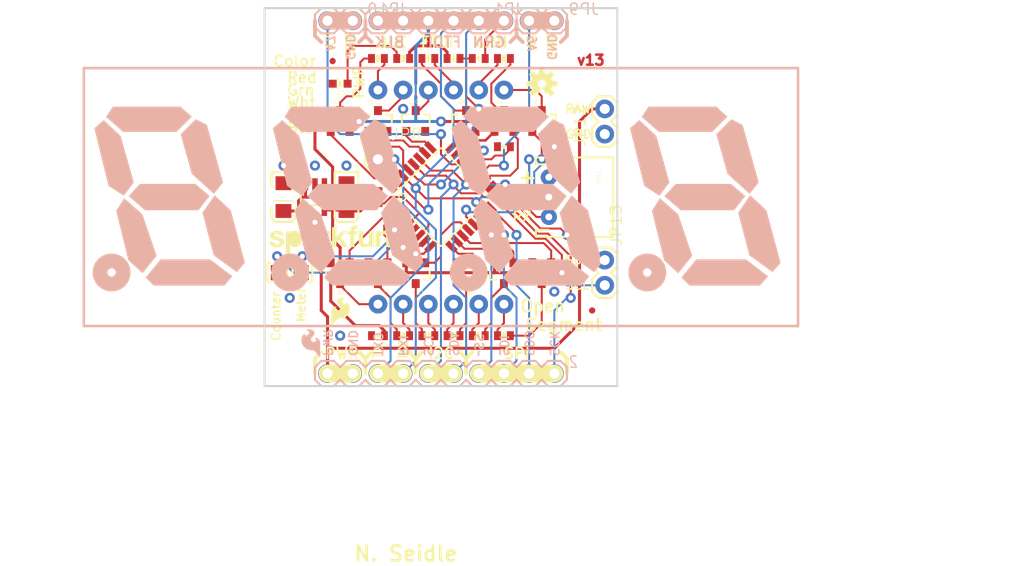
<source format=kicad_pcb>
(kicad_pcb (version 20211014) (generator pcbnew)
  (layers (0 "F.Cu" signal) (31 "B.Cu" signal) (34 "B.Paste" user) (35 "F.Paste" user) (36 "B.SilkS" user "B.Silkscreen") (37 "F.SilkS" user "F.Silkscreen") (38 "B.Mask" user) (39 "F.Mask" user) (44 "Edge.Cuts" user))
  (net 0 "")
  (net 1 "GND")
  (net 2 "DIG1")
  (net 3 "DIG2")
  (net 4 "DIG3")
  (net 5 "DIG4")
  (net 6 "SEGDP")
  (net 7 "SEGG")
  (net 8 "SEGF")
  (net 9 "SEGE")
  (net 10 "SEGD")
  (net 11 "SEGC")
  (net 12 "SEGB")
  (net 13 "SEGA")
  (net 14 "RST")
  (net 15 "VCC")
  (net 16 "N$3")
  (net 17 "TXO")
  (net 18 "RXI")
  (net 19 "SDI")
  (net 20 "SCK")
  (net 21 "N$38")
  (net 22 "RAW")
  (net 23 "C-DIG1")
  (net 24 "C-DIG2")
  (net 25 "C-DIG3")
  (net 26 "C-DIG4")
  (net 27 "C-SEGA")
  (net 28 "SDO")
  (net 29 "~{SS}")
  (net 30 "COUNTER")
  (net 31 "ANALOG")
  (net 32 "SCL")
  (net 33 "SDA")
  (net 34 "C-SEGB")
  (net 35 "C-SEGC")
  (net 36 "C-SEGD")
  (net 37 "C-SEGE")
  (net 38 "C-SEGF")
  (net 39 "C-SEGG")
  (net 40 "C-SEGDP")
  (net 41 "N$1")
  (net 42 "N$4")
  (net 43 "N$5")
  (net 44 "N$6")
  (net 45 "N$7")
  (net 46 "N$8")
  (net 47 "N$9")
  (net 48 "N$10")
  (net 49 "A6")
  (net 50 "A7")
  (net 51 "N$11")
  (footprint "boardEagle:SOT23-3" (layer "F.Cu") (at 158.6611 97.3836)
    (fp_text reference "Q9")
    (fp_text value "MMBT2222")
  )
  (footprint "boardEagle:STAND-OFF" (layer "F.Cu") (at 163.7411 88.4936)
    (fp_text reference "JP3" hide)
    (fp_text value "STAND-OFF" hide)
  )
  (footprint "boardEagle:0402-RES" (layer "F.Cu") (at 154.8511 91.0336 180)
    (fp_text reference "R2")
    (fp_text value "33/68")
  )
  (footprint "boardEagle:SOT23-3" (layer "F.Cu") (at 158.6611 112.6236 180)
    (fp_text reference "Q5")
    (fp_text value "PNP")
  )
  (footprint "boardEagle:SOT23-3" (layer "F.Cu") (at 151.0411 97.3836)
    (fp_text reference "Q6")
    (fp_text value "PNP")
  )
  (footprint "boardEagle:SFE-NEW-WEB" (layer "F.Cu") (at 131.2291 110.9726)
    (fp_text reference "U$7" hide)
    (fp_text value "LOGO-SFENW2" hide)
  )
  (footprint "boardEagle:1X02" (layer "F.Cu") (at 165.0111 98.6536 90)
    (fp_text reference "JP12")
    (fp_text value "")
  )
  (footprint "boardEagle:SJ_2S-NO" (layer "F.Cu") (at 131.9911 112.6236 -90)
    (fp_text reference "SJ1")
    (fp_text value "Counter Ctl")
  )
  (footprint "boardEagle:SOT23-3" (layer "F.Cu") (at 138.3411 112.6236 180)
    (fp_text reference "Q12")
    (fp_text value "MMBT2222")
  )
  (footprint "boardEagle:STAND-OFF" (layer "F.Cu") (at 133.2611 88.4936)
    (fp_text reference "JP4" hide)
    (fp_text value "STAND-OFF" hide)
  )
  (footprint "boardEagle:MICRO-FIDUCIAL" (layer "F.Cu") (at 163.7411 116.4336)
    (fp_text reference "JP14" hide)
    (fp_text value "FIDUCIALUFIDUCIAL" hide)
  )
  (footprint "boardEagle:0402-RES" (layer "F.Cu") (at 149.7711 118.9736 180)
    (fp_text reference "R9")
    (fp_text value "33/68")
  )
  (footprint "boardEagle:MICRO-FIDUCIAL" (layer "F.Cu") (at 137.5791 91.2876)
    (fp_text reference "JP7" hide)
    (fp_text value "FIDUCIALUFIDUCIAL" hide)
  )
  (footprint "boardEagle:0402-RES" (layer "F.Cu") (at 144.6911 118.9736)
    (fp_text reference "R8")
    (fp_text value "33/68")
  )
  (footprint "boardEagle:LED-0603" (layer "F.Cu") (at 138.3411 93.5736 90)
    (fp_text reference "LED1")
    (fp_text value "Red")
  )
  (footprint "boardEagle:0402-RES" (layer "F.Cu") (at 147.2311 118.9736)
    (fp_text reference "R4")
    (fp_text value "33/68")
  )
  (footprint "boardEagle:0402-RES" (layer "F.Cu") (at 154.8511 118.9736 180)
    (fp_text reference "R6")
    (fp_text value "33/68")
  )
  (footprint "boardEagle:STAND-OFF" (layer "F.Cu") (at 133.2611 121.5136)
    (fp_text reference "JP6" hide)
    (fp_text value "STAND-OFF" hide)
  )
  (footprint "boardEagle:0402-RES" (layer "F.Cu") (at 152.3111 118.9736 180)
    (fp_text reference "R5")
    (fp_text value "33/68")
  )
  (footprint "boardEagle:0402-CAP" (layer "F.Cu") (at 154.8511 99.9236)
    (fp_text reference "C1")
    (fp_text value "0.1uF")
  )
  (footprint "boardEagle:SOT23-3" (layer "F.Cu") (at 145.9611 112.6236 180)
    (fp_text reference "Q3")
    (fp_text value "PNP")
  )
  (footprint "boardEagle:SOT23-3" (layer "F.Cu") (at 145.9611 97.3836)
    (fp_text reference "Q10")
    (fp_text value "MMBT2222")
  )
  (footprint "boardEagle:JST-3-PTH" (layer "F.Cu") (at 164.3761 105.0036 -90)
    (fp_text reference "JP11")
    (fp_text value "Serial")
  )
  (footprint "boardEagle:0402-RES" (layer "F.Cu") (at 144.6911 91.0336)
    (fp_text reference "R11")
    (fp_text value "330")
  )
  (footprint "boardEagle:SOT23-3" (layer "F.Cu") (at 154.8511 97.3836)
    (fp_text reference "Q1")
    (fp_text value "PNP")
  )
  (footprint "boardEagle:SOT23-3" (layer "F.Cu") (at 151.0411 112.6236 180)
    (fp_text reference "Q8")
    (fp_text value "PNP")
  )
  (footprint "boardEagle:1X02" (layer "F.Cu") (at 165.0111 111.3536 -90)
    (fp_text reference "JP13")
    (fp_text value "")
  )
  (footprint "boardEagle:0402-RES" (layer "F.Cu") (at 147.2311 91.0336)
    (fp_text reference "R7")
    (fp_text value "33/68")
  )
  (footprint "boardEagle:SOT23-3" (layer "F.Cu") (at 142.1511 112.6236 180)
    (fp_text reference "Q7")
    (fp_text value "PNP")
  )
  (footprint "boardEagle:SFE-LOGO-FLAME" (layer "F.Cu") (at 137.4521 117.9576)
    (fp_text reference "U$2" hide)
    (fp_text value "LOGO-SFESK" hide)
  )
  (footprint "boardEagle:CREATIVE_COMMONS" (layer "F.Cu") (at 124.3711 136.7536)
    (fp_text reference "U$3" hide)
    (fp_text value "CREATIVE_COMMONS" hide)
  )
  (footprint "boardEagle:SOT23-5" (layer "F.Cu") (at 135.8011 105.0036 180)
    (fp_text reference "U1")
    (fp_text value "MIC5219")
  )
  (footprint "boardEagle:1X01" (layer "F.Cu") (at 142.1511 101.1936)
    (fp_text reference "JP8")
    (fp_text value "RESET")
  )
  (footprint "boardEagle:0402-CAP" (layer "F.Cu") (at 152.3111 91.0336 180)
    (fp_text reference "C3")
    (fp_text value "0.1uF")
  )
  (footprint "boardEagle:SJ_2S-NO" (layer "F.Cu") (at 134.5311 112.6236 -90)
    (fp_text reference "SJ2")
    (fp_text value "Counter Ctl")
  )
  (footprint "boardEagle:OSHW-LOGO-S" (layer "F.Cu") (at 158.6611 93.5736)
    (fp_text reference "U$4" hide)
    (fp_text value "OSHW-LOGOS" hide)
  )
  (footprint "boardEagle:TQFP32-08" (layer "F.Cu") (at 148.5011 105.0036 45)
    (fp_text reference "U2")
    (fp_text value "ATMEGA328")
  )
  (footprint "boardEagle:0402-RES" (layer "F.Cu") (at 142.1511 91.0336)
    (fp_text reference "R3")
    (fp_text value "33/68")
  )
  (footprint "boardEagle:0402-CAP" (layer "F.Cu") (at 142.1511 105.0036 -90)
    (fp_text reference "C4")
    (fp_text value "0.1uF")
  )
  (footprint "boardEagle:EIA3216" (layer "F.Cu") (at 138.9761 105.0036 -90)
    (fp_text reference "C13")
    (fp_text value "10uF")
  )
  (footprint "boardEagle:SOT23-3" (layer "F.Cu") (at 154.8511 112.6236 180)
    (fp_text reference "Q4")
    (fp_text value "PNP")
  )
  (footprint "boardEagle:SOT23-3" (layer "F.Cu") (at 142.1511 97.3836)
    (fp_text reference "Q11")
    (fp_text value "MMBT2222")
  )
  (footprint "boardEagle:SOT23-3" (layer "F.Cu") (at 138.3411 97.3836)
    (fp_text reference "Q2")
    (fp_text value "PNP")
  )
  (footprint "boardEagle:0402-RES" (layer "F.Cu") (at 149.7711 91.0336 180)
    (fp_text reference "R1")
    (fp_text value "10k")
  )
  (footprint "boardEagle:EIA3216" (layer "F.Cu") (at 132.6261 105.0036 -90)
    (fp_text reference "C19")
    (fp_text value "10uF")
  )
  (footprint "boardEagle:0402-CAP" (layer "F.Cu") (at 142.1511 118.9736 180)
    (fp_text reference "C10")
    (fp_text value "1uF")
  )
  (footprint "boardEagle:STAND-OFF" (layer "F.Cu") (at 163.7411 121.5136)
    (fp_text reference "JP5" hide)
    (fp_text value "STAND-OFF" hide)
  )
  (footprint "boardEagle:7-SEGMENT-4DIGIT-COUNTER" (layer "B.Cu") (at 148.5011 105.0036 180)
    (fp_text reference "U3" hide)
    (fp_text value "7-SEGMENT-4DIGIT-COUNTERPTH" hide)
  )
  (footprint "boardEagle:1X02" (layer "B.Cu") (at 139.6111 87.2236 180)
    (fp_text reference "JP10")
    (fp_text value "")
  )
  (footprint "boardEagle:1X02" (layer "B.Cu") (at 159.9311 87.2236 180)
    (fp_text reference "JP9")
    (fp_text value "")
  )
  (footprint "boardEagle:1X10" (layer "B.Cu") (at 159.9311 122.7836 180)
    (fp_text reference "JP2")
    (fp_text value "Connections")
  )
  (footprint "boardEagle:FTDI_BASIC" (layer "B.Cu") (at 154.8511 87.2236 180)
    (fp_text reference "JP1")
    (fp_text value "FTDI_BASIC")
  )
  (footprint "boardEagle:SFE-LOGO-FLAME" (layer "B.Cu") (at 136.3091 121.1326 180)
    (fp_text reference "U$1" hide)
    (fp_text value "LOGO-SFESK" hide)
  )
  (gr_line (start 135.8011 88.7476) (end 136.4361 89.3826) (layer "B.SilkS") (width 0.381))
  (gr_line (start 154.8511 87.2236) (end 142.1511 87.2236) (layer "B.SilkS") (width 1.778))
  (gr_line (start 159.9311 87.2236) (end 157.3911 87.2236) (layer "B.SilkS") (width 1.778))
  (gr_line (start 140.8811 87.2236) (end 140.8811 88.7476) (layer "B.SilkS") (width 0.381))
  (gr_line (start 139.6111 87.2236) (end 137.0711 87.2236) (layer "B.SilkS") (width 1.778))
  (gr_line (start 156.1211 88.7476) (end 156.7561 89.3826) (layer "B.SilkS") (width 0.381))
  (gr_line (start 140.2461 89.3826) (end 140.8811 88.7476) (layer "B.SilkS") (width 0.381))
  (gr_line (start 155.4861 89.3826) (end 156.1211 88.7476) (layer "B.SilkS") (width 0.381))
  (gr_line (start 156.1211 87.2236) (end 156.1211 88.7476) (layer "B.SilkS") (width 0.381))
  (gr_line (start 160.5661 89.3826) (end 161.2011 88.7476) (layer "B.SilkS") (width 0.381))
  (gr_line (start 135.8011 87.2236) (end 135.8011 88.7476) (layer "B.SilkS") (width 0.381))
  (gr_line (start 140.8811 88.7476) (end 141.5161 89.3826) (layer "B.SilkS") (width 0.381))
  (gr_line (start 161.2011 87.2236) (end 161.2011 88.7476) (layer "B.SilkS") (width 0.381))
  (gr_line (start 136.4361 89.3826) (end 135.8011 88.7476) (layer "F.SilkS") (width 0.381))
  (gr_line (start 140.8811 88.7476) (end 140.2461 89.3826) (layer "F.SilkS") (width 0.381))
  (gr_line (start 145.9611 121.2596) (end 146.5961 120.6246) (layer "F.SilkS") (width 0.381))
  (gr_line (start 140.8811 122.7836) (end 140.8811 121.2596) (layer "F.SilkS") (width 0.381))
  (gr_line (start 151.0411 122.7836) (end 151.0411 121.2596) (layer "F.SilkS") (width 0.381))
  (gr_line (start 140.8811 121.2596) (end 140.2461 120.6246) (layer "F.SilkS") (width 0.381))
  (gr_line (start 152.3111 122.7836) (end 159.9311 122.7836) (layer "F.SilkS") (width 1.778))
  (gr_line (start 161.2011 121.2596) (end 160.5661 120.6246) (layer "F.SilkS") (width 0.381))
  (gr_line (start 161.2011 87.2236) (end 161.2011 88.7476) (layer "F.SilkS") (width 0.381))
  (gr_line (start 161.2011 122.7836) (end 161.2011 121.2596) (layer "F.SilkS") (width 0.381))
  (gr_line (start 135.8011 122.7836) (end 135.8011 121.2596) (layer "F.SilkS") (width 0.381))
  (gr_line (start 142.1511 87.2236) (end 154.8511 87.2236) (layer "F.SilkS") (width 1.778))
  (gr_line (start 140.8811 121.2596) (end 141.5161 120.6246) (layer "F.SilkS") (width 0.381))
  (gr_line (start 151.0411 121.2596) (end 151.6761 120.6246) (layer "F.SilkS") (width 0.381))
  (gr_line (start 147.2311 122.7836) (end 149.7711 122.7836) (layer "F.SilkS") (width 1.778))
  (gr_line (start 145.9611 121.2596) (end 145.3261 120.6246) (layer "F.SilkS") (width 0.381))
  (gr_line (start 137.0711 87.2236) (end 139.6111 87.2236) (layer "F.SilkS") (width 1.778))
  (gr_line (start 145.9611 122.7836) (end 145.9611 121.2596) (layer "F.SilkS") (width 0.381))
  (gr_line (start 156.7561 89.3826) (end 156.1211 88.7476) (layer "F.SilkS") (width 0.381))
  (gr_line (start 137.0711 122.7836) (end 139.6111 122.7836) (layer "F.SilkS") (width 1.778))
  (gr_line (start 157.3911 87.2236) (end 159.9311 87.2236) (layer "F.SilkS") (width 1.778))
  (gr_line (start 141.5161 89.3826) (end 140.8811 88.7476) (layer "F.SilkS") (width 0.381))
  (gr_line (start 142.1511 122.7836) (end 144.6911 122.7836) (layer "F.SilkS") (width 1.778))
  (gr_line (start 140.8811 87.2236) (end 140.8811 88.7476) (layer "F.SilkS") (width 0.381))
  (gr_line (start 156.1211 88.7476) (end 155.4861 89.3826) (layer "F.SilkS") (width 0.381))
  (gr_line (start 156.1211 87.2236) (end 156.1211 88.7476) (layer "F.SilkS") (width 0.381))
  (gr_line (start 161.2011 88.7476) (end 160.5661 89.3826) (layer "F.SilkS") (width 0.381))
  (gr_line (start 135.8011 87.2236) (end 135.8011 88.7476) (layer "F.SilkS") (width 0.381))
  (gr_line (start 151.0411 121.2596) (end 150.4061 120.6246) (layer "F.SilkS") (width 0.381))
  (gr_line (start 135.8011 121.2596) (end 136.4361 120.6246) (layer "F.SilkS") (width 0.381))
  (gr_line (start 166.2811 85.9536) (end 166.2811 124.0536) (layer "Edge.Cuts") (width 0.2032))
  (gr_line (start 130.7211 124.0536) (end 130.7211 85.9536) (layer "Edge.Cuts") (width 0.2032))
  (gr_line (start 166.2811 124.0536) (end 130.7211 124.0536) (layer "Edge.Cuts") (width 0.2032))
  (gr_line (start 130.7211 85.9536) (end 166.2811 85.9536) (layer "Edge.Cuts") (width 0.2032))
  (gr_text "v13" (at 162.0901 91.7956) (layer "F.Cu") (effects (font (size 1.016 1.016) (thickness 0.254)) (justify left bottom)))
  (gr_text "SCL" (at 146.7231 121.1326 -90) (layer "B.SilkS") (effects (font (size 0.8636 0.8636) (thickness 0.1524)) (justify left bottom mirror)))
  (gr_text "A6" (at 157.1371 90.3986 -90) (layer "B.SilkS") (effects (font (size 0.8636 0.8636) (thickness 0.1524)) (justify left bottom mirror)))
  (gr_text "GND" (at 139.1031 121.1326 -90) (layer "B.SilkS") (effects (font (size 0.8636 0.8636) (thickness 0.1524)) (justify left bottom mirror)))
  (gr_text "SCK" (at 159.4231 121.1326 -90) (layer "B.SilkS") (effects (font (size 0.8636 0.8636) (thickness 0.1524)) (justify left bottom mirror)))
  (gr_text "FTDI" (at 150.6601 90.0176) (layer "B.SilkS") (effects (font (size 1.0795 1.0795) (thickness 0.1905)) (justify left bottom mirror)))
  (gr_text "GND" (at 138.8491 91.2876 -90) (layer "B.SilkS") (effects (font (size 0.8636 0.8636) (thickness 0.1524)) (justify left bottom mirror)))
  (gr_text "SDO" (at 156.8831 121.1326 -90) (layer "B.SilkS") (effects (font (size 0.8636 0.8636) (thickness 0.1524)) (justify left bottom mirror)))
  (gr_text "PWR" (at 136.5631 121.1326 -90) (layer "B.SilkS") (effects (font (size 0.8636 0.8636) (thickness 0.1524)) (justify left bottom mirror)))
  (gr_text "SDI" (at 154.3431 121.1326 -90) (layer "B.SilkS") (effects (font (size 0.8636 0.8636) (thickness 0.1524)) (justify left bottom mirror)))
  (gr_text "RXI" (at 144.1831 121.1326 -90) (layer "B.SilkS") (effects (font (size 0.8636 0.8636) (thickness 0.1524)) (justify left bottom mirror)))
  (gr_text "BLK" (at 144.9451 90.0176) (layer "B.SilkS") (effects (font (size 1.0795 1.0795) (thickness 0.1905)) (justify left bottom mirror)))
  (gr_text "A7" (at 136.8171 90.3986 -90) (layer "B.SilkS") (effects (font (size 0.8636 0.8636) (thickness 0.1524)) (justify left bottom mirror)))
  (gr_text "~SS" (at 151.8031 121.1326 -90) (layer "B.SilkS") (effects (font (size 0.8636 0.8636) (thickness 0.1524)) (justify left bottom mirror)))
  (gr_text "GND" (at 159.1691 91.2876 -90) (layer "B.SilkS") (effects (font (size 0.8636 0.8636) (thickness 0.1524)) (justify left bottom mirror)))
  (gr_text "SDA" (at 149.2631 121.1326 -90) (layer "B.SilkS") (effects (font (size 0.8636 0.8636) (thickness 0.1524)) (justify left bottom mirror)))
  (gr_text "TXO" (at 141.6431 121.1326 -90) (layer "B.SilkS") (effects (font (size 0.8636 0.8636) (thickness 0.1524)) (justify left bottom mirror)))
  (gr_text "GRN" (at 155.1051 90.0176) (layer "B.SilkS") (effects (font (size 1.0795 1.0795) (thickness 0.1905)) (justify left bottom mirror)))
  (gr_text "A7" (at 137.8331 90.2716 90) (layer "F.SilkS") (effects (font (size 0.8636 0.8636) (thickness 0.1524)) (justify left bottom)))
  (gr_text "Open" (at 156.3751 116.6876) (layer "F.SilkS") (effects (font (size 1.20904 1.20904) (thickness 0.21336)) (justify left bottom)))
  (gr_text "BLK" (at 141.8971 90.0176) (layer "F.SilkS") (effects (font (size 1.0795 1.0795) (thickness 0.1905)) (justify left bottom)))
  (gr_text "FTDI" (at 146.3421 90.0176) (layer "F.SilkS") (effects (font (size 1.0795 1.0795) (thickness 0.1905)) (justify left bottom)))
  (gr_text "N. Seidle" (at 139.6111 141.8336) (layer "F.SilkS") (effects (font (size 1.5113 1.5113) (thickness 0.2667)) (justify left bottom)))
  (gr_text "RX" (at 155.6131 107.5436) (layer "F.SilkS") (effects (font (size 0.97155 0.97155) (thickness 0.17145)) (justify left bottom)))
  (gr_text "RAW" (at 160.9471 96.6216) (layer "F.SilkS") (effects (font (size 0.8636 0.8636) (thickness 0.1524)) (justify left bottom)))
  (gr_text "GND" (at 160.1851 91.0336 90) (layer "F.SilkS") (effects (font (size 0.8636 0.8636) (thickness 0.1524)) (justify left bottom)))
  (gr_text "SCL" (at 160.9471 114.4016) (layer "F.SilkS") (effects (font (size 0.8636 0.8636) (thickness 0.1524)) (justify left bottom)))
  (gr_text "Counter" (at 132.3721 119.6086 90) (layer "F.SilkS") (effects (font (size 0.8636 0.8636) (thickness 0.1524)) (justify left bottom)))
  (gr_text "Red" (at 132.8801 93.5736) (layer "F.SilkS") (effects (font (size 1.0795 1.0795) (thickness 0.1905)) (justify left bottom)))
  (gr_text "GND" (at 160.9471 99.1616) (layer "F.SilkS") (effects (font (size 0.8636 0.8636) (thickness 0.1524)) (justify left bottom)))
  (gr_text "-" (at 156.1211 105.8926) (layer "F.SilkS") (effects (font (size 1.5113 1.5113) (thickness 0.2667)) (justify left bottom)))
  (gr_text "Segment" (at 156.8831 118.5926) (layer "F.SilkS") (effects (font (size 1.20904 1.20904) (thickness 0.21336)) (justify left bottom)))
  (gr_text "SPI" (at 154.7241 121.3866) (layer "F.SilkS") (effects (font (size 1.0795 1.0795) (thickness 0.1905)) (justify left bottom)))
  (gr_text "I2C" (at 147.1041 121.3866) (layer "F.SilkS") (effects (font (size 1.0795 1.0795) (thickness 0.1905)) (justify left bottom)))
  (gr_text "Blu" (at 132.8801 98.6536) (layer "F.SilkS") (effects (font (size 1.0795 1.0795) (thickness 0.1905)) (justify left bottom)))
  (gr_text "Color" (at 131.4831 91.9226) (layer "F.SilkS") (effects (font (size 1.0795 1.0795) (thickness 0.1905)) (justify left bottom)))
  (gr_text "Grn" (at 132.8801 94.8436) (layer "F.SilkS") (effects (font (size 1.0795 1.0795) (thickness 0.1905)) (justify left bottom)))
  (gr_text "PWR" (at 136.6901 121.3866) (layer "F.SilkS") (effects (font (size 1.0795 1.0795) (thickness 0.1905)) (justify left bottom)))
  (gr_text "GRN" (at 151.8031 90.0176) (layer "F.SilkS") (effects (font (size 1.0795 1.0795) (thickness 0.1905)) (justify left bottom)))
  (gr_text "PWR" (at 140.8811 95.2246 90) (layer "F.SilkS") (effects (font (size 1.0795 1.0795) (thickness 0.1905)) (justify left bottom)))
  (gr_text "Meter" (at 134.9121 117.7036 90) (layer "F.SilkS") (effects (font (size 0.8636 0.8636) (thickness 0.1524)) (justify left bottom)))
  (gr_text "TX" (at 142.6591 121.3866 90) (layer "F.SilkS") (effects (font (size 0.8636 0.8636) (thickness 0.1524)) (justify left bottom)))
  (gr_text "GND" (at 139.8651 91.0336 90) (layer "F.SilkS") (effects (font (size 0.8636 0.8636) (thickness 0.1524)) (justify left bottom)))
  (gr_text "+" (at 156.1211 103.8606) (layer "F.SilkS") (effects (font (size 1.5113 1.5113) (thickness 0.2667)) (justify left bottom)))
  (gr_text "Wht" (at 132.8801 96.1136) (layer "F.SilkS") (effects (font (size 1.0795 1.0795) (thickness 0.1905)) (justify left bottom)))
  (gr_text "RX" (at 145.1991 121.3866 90) (layer "F.SilkS") (effects (font (size 0.8636 0.8636) (thickness 0.1524)) (justify left bottom)))
  (gr_text "SDA" (at 160.9471 111.8616) (layer "F.SilkS") (effects (font (size 0.8636 0.8636) (thickness 0.1524)) (justify left bottom)))
  (gr_text "Ylw" (at 132.8801 97.3836) (layer "F.SilkS") (effects (font (size 1.0795 1.0795) (thickness 0.1905)) (justify left bottom)))
  (gr_text "A6" (at 158.1531 90.2716 90) (layer "F.SilkS") (effects (font (size 0.8636 0.8636) (thickness 0.1524)) (justify left bottom)))
  (via (at 143.8275 108.3056) (size 1.016) (drill 0.508) (layers "F.Cu" "B.Cu") (net 1))
  (via (at 144.6911 96.1136) (size 1.016) (drill 0.508) (layers "F.Cu" "B.Cu") (net 1))
  (via (at 159.9311 114.5286) (size 1.016) (drill 0.508) (layers "F.Cu" "B.Cu") (net 1))
  (via (at 135.8011 101.8286) (size 1.016) (drill 0.508) (layers "F.Cu" "B.Cu") (net 1))
  (via (at 133.2611 115.1636) (size 1.016) (drill 0.508) (layers "F.Cu" "B.Cu") (net 1))
  (via (at 138.3411 118.9736) (size 1.016) (drill 0.508) (layers "F.Cu" "B.Cu") (net 1))
  (via (at 152.8191 100.3046) (size 1.016) (drill 0.508) (layers "F.Cu" "B.Cu") (net 1))
  (via (at 132.6261 101.8286) (size 1.016) (drill 0.508) (layers "F.Cu" "B.Cu") (net 1))
  (via (at 159.9311 99.9236) (size 1.016) (drill 0.508) (layers "F.Cu" "B.Cu") (net 1))
  (via (at 138.9761 101.8286) (size 1.016) (drill 0.508) (layers "F.Cu" "B.Cu") (net 1))
  (via (at 135.8011 107.5436) (size 1.016) (drill 0.508) (layers "F.Cu" "B.Cu") (net 1))
  (segment (start 158.6611 96.2836) (end 158.6611 94.8436) (width 0.2032) (layer "F.Cu") (net 2))
  (segment (start 158.0261 94.2086) (end 158.6611 94.8436) (width 0.2032) (layer "F.Cu") (net 2))
  (segment (start 154.8511 94.2086) (end 158.0261 94.2086) (width 0.2032) (layer "F.Cu") (net 2))
  (segment (start 146.2991 96.2836) (end 147.2311 95.3516) (width 0.2032) (layer "F.Cu") (net 3))
  (segment (start 145.9611 96.2836) (end 146.2991 96.2836) (width 0.2032) (layer "F.Cu") (net 3))
  (segment (start 147.2311 95.3516) (end 147.2311 94.2086) (width 0.2032) (layer "F.Cu") (net 3))
  (segment (start 142.1511 96.2836) (end 143.2511 96.2836) (width 0.2032) (layer "F.Cu") (net 4))
  (segment (start 144.6911 94.8436) (end 144.6911 94.2086) (width 0.2032) (layer "F.Cu") (net 4))
  (segment (start 143.2511 96.2836) (end 144.6911 94.8436) (width 0.2032) (layer "F.Cu") (net 4))
  (segment (start 142.1511 115.7986) (end 140.2461 115.7986) (width 0.2032) (layer "F.Cu") (net 5))
  (segment (start 138.3411 113.8936) (end 140.2461 115.7986) (width 0.2032) (layer "F.Cu") (net 5))
  (segment (start 138.3411 113.7236) (end 138.3411 113.8936) (width 0.2032) (layer "F.Cu") (net 5))
  (segment (start 149.7711 117.7036) (end 149.7711 115.7986) (width 0.2032) (layer "F.Cu") (net 6))
  (segment (start 149.1211 118.9736) (end 149.1211 118.3536) (width 0.2032) (layer "F.Cu") (net 6))
  (segment (start 149.1211 118.3536) (end 149.7711 117.7036) (width 0.2032) (layer "F.Cu") (net 6))
  (segment (start 144.6911 117.7036) (end 144.6911 115.7986) (width 0.2032) (layer "F.Cu") (net 7))
  (segment (start 145.3411 118.3536) (end 144.6911 117.7036) (width 0.2032) (layer "F.Cu") (net 7))
  (segment (start 145.3411 118.9736) (end 145.3411 118.3536) (width 0.2032) (layer "F.Cu") (net 7))
  (segment (start 147.8811 91.0336) (end 147.8811 91.6836) (width 0.2032) (layer "F.Cu") (net 8))
  (segment (start 147.8811 91.6836) (end 149.7711 93.5736) (width 0.2032) (layer "F.Cu") (net 8))
  (segment (start 149.7711 93.5736) (end 149.7711 94.2086) (width 0.2032) (layer "F.Cu") (net 8))
  (segment (start 154.8511 117.7036) (end 154.8511 115.7986) (width 0.2032) (layer "F.Cu") (net 9))
  (segment (start 154.2011 118.9736) (end 154.2011 118.3536) (width 0.2032) (layer "F.Cu") (net 9))
  (segment (start 154.2011 118.3536) (end 154.8511 117.7036) (width 0.2032) (layer "F.Cu") (net 9))
  (segment (start 152.3111 117.7036) (end 152.3111 115.7986) (width 0.2032) (layer "F.Cu") (net 10))
  (segment (start 151.6611 118.3536) (end 152.3111 117.7036) (width 0.2032) (layer "F.Cu") (net 10))
  (segment (start 151.6611 118.9736) (end 151.6611 118.3536) (width 0.2032) (layer "F.Cu") (net 10))
  (segment (start 147.2311 117.7036) (end 147.2311 115.7986) (width 0.2032) (layer "F.Cu") (net 11))
  (segment (start 147.8811 118.9736) (end 147.8811 118.3536) (width 0.2032) (layer "F.Cu") (net 11))
  (segment (start 147.8811 118.3536) (end 147.2311 117.7036) (width 0.2032) (layer "F.Cu") (net 11))
  (segment (start 142.1511 92.3036) (end 142.1511 94.2086) (width 0.2032) (layer "F.Cu") (net 12))
  (segment (start 142.8011 91.0336) (end 142.8011 91.6536) (width 0.2032) (layer "F.Cu") (net 12))
  (segment (start 142.8011 91.6536) (end 142.1511 92.3036) (width 0.2032) (layer "F.Cu") (net 12))
  (segment (start 152.3111 94.2086) (end 152.3111 93.5736) (width 0.2032) (layer "F.Cu") (net 13))
  (segment (start 152.3111 93.5736) (end 154.2011 91.6836) (width 0.2032) (layer "F.Cu") (net 13))
  (segment (start 154.2011 91.0336) (end 154.2011 91.6836) (width 0.2032) (layer "F.Cu") (net 13))
  (segment (start 144.6911 100.3046) (end 144.3101 99.9236) (width 0.2032) (layer "F.Cu") (net 14))
  (segment (start 144.6911 101.759288) (end 144.6911 100.3046) (width 0.2032) (layer "F.Cu") (net 14))
  (segment (start 151.0411 91.0336) (end 151.6611 91.0336) (width 0.2032) (layer "F.Cu") (net 14))
  (segment (start 150.4211 91.0336) (end 151.0411 91.0336) (width 0.2032) (layer "F.Cu") (net 14))
  (segment (start 144.3101 99.9236) (end 142.4051 99.9236) (width 0.2032) (layer "F.Cu") (net 14))
  (segment (start 146.8501 103.7336) (end 148.5011 103.7336) (width 0.2032) (layer "F.Cu") (net 14))
  (segment (start 145.182932 102.251119) (end 144.6911 101.759288) (width 0.2032) (layer "F.Cu") (net 14))
  (segment (start 142.4051 99.9236) (end 142.1511 100.1776) (width 0.2032) (layer "F.Cu") (net 14))
  (segment (start 146.157413 103.2256) (end 146.3421 103.2256) (width 0.2032) (layer "F.Cu") (net 14))
  (segment (start 142.1511 100.1776) (end 142.1511 101.1936) (width 0.2032) (layer "F.Cu") (net 14))
  (segment (start 151.0411 91.0336) (end 151.0411 94.8436) (width 0.2032) (layer "F.Cu") (net 14))
  (segment (start 145.182932 102.251119) (end 146.157413 103.2256) (width 0.2032) (layer "F.Cu") (net 14))
  (segment (start 146.3421 103.2256) (end 146.8501 103.7336) (width 0.2032) (layer "F.Cu") (net 14))
  (segment (start 151.0411 94.8436) (end 152.3111 96.1136) (width 0.2032) (layer "F.Cu") (net 14))
  (via (at 152.3111 96.1136) (size 1.016) (drill 0.508) (layers "F.Cu" "B.Cu") (net 14))
  (via (at 148.5011 103.7336) (size 1.016) (drill 0.508) (layers "F.Cu" "B.Cu") (net 14))
  (segment (start 151.8031 97.3836) (end 151.8031 100.4316) (width 0.2032) (layer "B.Cu") (net 14))
  (segment (start 152.3111 96.1136) (end 152.3111 96.8756) (width 0.2032) (layer "B.Cu") (net 14))
  (segment (start 148.5011 103.7336) (end 151.8031 100.4316) (width 0.2032) (layer "B.Cu") (net 14))
  (segment (start 152.3111 96.8756) (end 151.8031 97.3836) (width 0.2032) (layer "B.Cu") (net 14))
  (segment (start 151.9301 97.3836) (end 155.3591 97.3836) (width 0.3048) (layer "F.Cu") (net 15))
  (segment (start 138.3411 112.6236) (end 138.3411 110.0836) (width 0.3048) (layer "F.Cu") (net 15))
  (segment (start 139.2911 97.4446) (end 139.2301 97.3836) (width 0.3048) (layer "F.Cu") (net 15))
  (segment (start 148.5011 89.7636) (end 147.2311 89.7636) (width 0.3048) (layer "F.Cu") (net 15))
  (segment (start 155.8011 98.7146) (end 156.2481 99.1616) (width 0.2032) (layer "F.Cu") (net 15))
  (segment (start 145.182932 107.756081) (end 146.2786 106.660412) (width 0.2032) (layer "F.Cu") (net 15))
  (segment (start 142.2781 117.9576) (end 139.8651 117.9576) (width 0.3048) (layer "F.Cu") (net 15))
  (segment (start 145.3411 91.0336) (end 145.3411 90.3836) (width 0.3048) (layer "F.Cu") (net 15))
  (segment (start 144.9451 112.6236) (end 141.2621 112.6236) (width 0.3048) (layer "F.Cu") (net 15))
  (segment (start 141.2621 112.6236) (end 138.3411 112.6236) (width 0.3048) (layer "F.Cu") (net 15))
  (segment (start 140.2461 97.3836) (end 139.2301 97.3836) (width 0.3048) (layer "F.Cu") (net 15))
  (segment (start 137.5791 101.9556) (end 135.8011 100.1776) (width 0.3048) (layer "F.Cu") (net 15))
  (segment (start 150.0911 111.6236) (end 150.0911 112.5626) (width 0.3048) (layer "F.Cu") (net 15))
  (segment (start 141.2011 111.6236) (end 141.2011 112.5626) (width 0.3048) (layer "F.Cu") (net 15))
  (segment (start 146.2786 106.5911) (end 144.6911 105.0036) (width 0.2032) (layer "F.Cu") (net 15))
  (segment (start 137.3911 113.0656) (end 137.8331 112.6236) (width 0.3048) (layer "F.Cu") (net 15))
  (segment (start 151.9911 98.3836) (end 151.9911 97.4446) (width 0.3048) (layer "F.Cu") (net 15))
  (segment (start 145.0111 111.6236) (end 145.0111 112.5576) (width 0.3048) (layer "F.Cu") (net 15))
  (segment (start 149.1211 90.3836) (end 148.5011 89.7636) (width 0.3048) (layer "F.Cu") (net 15))
  (segment (start 156.2481 102.0826) (end 155.4861 102.8446) (width 0.2032) (layer "F.Cu") (net 15))
  (segment (start 153.488525 102.8446) (end 155.4861 102.8446) (width 0.2032) (layer "F.Cu") (net 15))
  (segment (start 142.8011 118.9736) (end 142.8011 118.4806) (width 0.3048) (layer "F.Cu") (net 15))
  (segment (start 146.2786 106.660412) (end 146.2786 106.5911) (width 0.2032) (layer "F.Cu") (net 15))
  (segment (start 147.2311 107.5436) (end 146.2786 106.5911) (width 0.2032) (layer "F.Cu") (net 15))
  (segment (start 157.7111 112.3036) (end 157.3911 112.6236) (width 0.3048) (layer "F.Cu") (net 15))
  (segment (start 157.7111 111.6236) (end 157.7111 112.3036) (width 0.3048) (layer "F.Cu") (net 15))
  (segment (start 141.2011 112.5626) (end 141.2621 112.6236) (width 0.3048) (layer "F.Cu") (net 15))
  (segment (start 149.1211 91.0336) (end 149.1211 90.3836) (width 0.3048) (layer "F.Cu") (net 15))
  (segment (start 141.1201 105.6536) (end 140.3701 106.4036) (width 0.3048) (layer "F.Cu") (net 15))
  (segment (start 150.0911 112.5626) (end 150.1521 112.6236) (width 0.3048) (layer "F.Cu") (net 15))
  (segment (start 147.2311 89.7636) (end 147.2311 87.2236) (width 0.3048) (layer "F.Cu") (net 15))
  (segment (start 138.9761 106.4036) (end 140.3701 106.4036) (width 0.3048) (layer "F.Cu") (net 15))
  (segment (start 153.9011 112.5576) (end 153.8351 112.6236) (width 0.3048) (layer "F.Cu") (net 15))
  (segment (start 156.2481 99.1616) (end 156.2481 102.0826) (width 0.2032) (layer "F.Cu") (net 15))
  (segment (start 137.8331 112.6236) (end 138.3411 112.6236) (width 0.3048) (layer "F.Cu") (net 15))
  (segment (start 144.6911 105.0036) (end 143.4211 105.0036) (width 0.2032) (layer "F.Cu") (net 15))
  (segment (start 137.5791 106.3037) (end 137.5791 109.3216) (width 0.3048) (layer "F.Cu") (net 15))
  (segment (start 150.1521 112.6236) (end 144.9451 112.6236) (width 0.3048) (layer "F.Cu") (net 15))
  (segment (start 142.8011 118.4806) (end 142.2781 117.9576) (width 0.3048) (layer "F.Cu") (net 15))
  (segment (start 157.3911 112.6236) (end 153.8351 112.6236) (width 0.3048) (layer "F.Cu") (net 15))
  (segment (start 155.8011 98.3836) (end 155.8011 98.7146) (width 0.2032) (layer "F.Cu") (net 15))
  (segment (start 146.314304 108.887453) (end 147.2311 107.970656) (width 0.2032) (layer "F.Cu") (net 15))
  (segment (start 139.2301 97.3836) (end 136.4361 97.3836) (width 0.3048) (layer "F.Cu") (net 15))
  (segment (start 137.5791 106.3037) (end 138.2442 106.3037) (width 0.3048) (layer "F.Cu") (net 15))
  (segment (start 152.950637 103.382488) (end 153.488525 102.8446) (width 0.2032) (layer "F.Cu") (net 15))
  (segment (start 155.8011 98.3836) (end 155.8011 97.8256) (width 0.3048) (layer "F.Cu") (net 15))
  (segment (start 139.2911 98.3836) (end 139.2911 97.4446) (width 0.3048) (layer "F.Cu") (net 15))
  (segment (start 153.8351 112.6236) (end 150.1521 112.6236) (width 0.3048) (layer "F.Cu") (net 15))
  (segment (start 138.2442 106.3037) (end 138.3441 106.4036) (width 0.3048) (layer "F.Cu") (net 15))
  (segment (start 145.0111 112.5576) (end 144.9451 112.6236) (width 0.3048) (layer "F.Cu") (net 15))
  (segment (start 136.7511 106.3037) (end 137.5791 106.3037) (width 0.3048) (layer "F.Cu") (net 15))
  (segment (start 137.3911 115.4836) (end 137.3911 113.0656) (width 0.3048) (layer "F.Cu") (net 15))
  (segment (start 147.2311 107.970656) (end 147.2311 107.5436) (width 0.2032) (layer "F.Cu") (net 15))
  (segment (start 151.9911 97.4446) (end 151.9301 97.3836) (width 0.3048) (layer "F.Cu") (net 15))
  (segment (start 153.9011 111.6236) (end 153.9011 112.5576) (width 0.3048) (layer "F.Cu") (net 15))
  (segment (start 142.1511 105.6536) (end 141.1201 105.6536) (width 0.3048) (layer "F.Cu") (net 15))
  (segment (start 135.8011 98.0186) (end 135.8011 100.1776) (width 0.3048) (layer "F.Cu") (net 15))
  (segment (start 137.5791 106.3037) (end 137.5791 101.9556) (width 0.3048) (layer "F.Cu") (net 15))
  (segment (start 145.3411 90.3836) (end 145.9611 89.7636) (width 0.3048) (layer "F.Cu") (net 15))
  (segment (start 155.8011 97.8256) (end 155.3591 97.3836) (width 0.3048) (layer "F.Cu") (net 15))
  (segment (start 148.5011 97.3836) (end 151.9301 97.3836) (width 0.3048) (layer "F.Cu") (net 15))
  (segment (start 137.5791 109.3216) (end 138.3411 110.0836) (width 0.3048) (layer "F.Cu") (net 15))
  (segment (start 147.2311 89.7636) (end 145.9611 89.7636) (width 0.3048) (layer "F.Cu") (net 15))
  (segment (start 142.7711 105.6536) (end 142.1511 105.6536) (width 0.2032) (layer "F.Cu") (net 15))
  (segment (start 139.8651 117.9576) (end 137.3911 115.4836) (width 0.3048) (layer "F.Cu") (net 15))
  (segment (start 143.4211 105.0036) (end 142.7711 105.6536) (width 0.2032) (layer "F.Cu") (net 15))
  (segment (start 136.4361 97.3836) (end 135.8011 98.0186) (width 0.3048) (layer "F.Cu") (net 15))
  (segment (start 138.9761 106.4036) (end 138.3441 106.4036) (width 0.3048) (layer "F.Cu") (net 15))
  (via (at 148.5011 97.3836) (size 1.016) (drill 0.508) (layers "F.Cu" "B.Cu") (net 15))
  (via (at 140.2461 97.3836) (size 1.016) (drill 0.508) (layers "F.Cu" "B.Cu") (net 15))
  (segment (start 147.2311 87.2236) (end 147.2311 88.4936) (width 0.3048) (layer "B.Cu") (net 15))
  (segment (start 148.5011 97.3836) (end 145.9611 97.3836) (width 0.3048) (layer "B.Cu") (net 15))
  (segment (start 145.9611 94.8436) (end 145.9611 97.3836) (width 0.3048) (layer "B.Cu") (net 15))
  (segment (start 145.9611 89.7636) (end 147.2311 88.4936) (width 0.3048) (layer "B.Cu") (net 15))
  (segment (start 145.9611 97.3836) (end 140.2461 97.3836) (width 0.3048) (layer "B.Cu") (net 15))
  (segment (start 145.9611 89.7636) (end 145.9611 93.5736) (width 0.3048) (layer "B.Cu") (net 15))
  (segment (start 145.9611 93.5736) (end 145.9611 94.8436) (width 0.2032) (layer "B.Cu") (net 15))
  (segment (start 152.9611 91.0336) (end 152.9611 89.1136) (width 0.2032) (layer "F.Cu") (net 16))
  (segment (start 152.9611 89.1136) (end 154.8511 87.2236) (width 0.2032) (layer "F.Cu") (net 16))
  (segment (start 144.051563 103.382488) (end 143.4211 102.752025) (width 0.2032) (layer "F.Cu") (net 17))
  (segment (start 146.942675 106.2736) (end 147.2311 106.2736) (width 0.2032) (layer "F.Cu") (net 17))
  (segment (start 143.8021 102.0826) (end 143.8021 101.1936) (width 0.2032) (layer "F.Cu") (net 17))
  (segment (start 143.4211 102.752025) (end 143.4211 102.4636) (width 0.2032) (layer "F.Cu") (net 17))
  (segment (start 143.4211 102.4636) (end 143.8021 102.0826) (width 0.2032) (layer "F.Cu") (net 17))
  (segment (start 144.051563 103.382488) (end 146.942675 106.2736) (width 0.2032) (layer "F.Cu") (net 17))
  (via (at 147.2311 106.2736) (size 1.016) (drill 0.508) (layers "F.Cu" "B.Cu") (net 17))
  (via (at 143.8021 101.1936) (size 1.016) (drill 0.508) (layers "F.Cu" "B.Cu") (net 17))
  (segment (start 151.0411 88.4936) (end 152.3111 87.2236) (width 0.2032) (layer "B.Cu") (net 17))
  (segment (start 143.4211 121.5136) (end 142.1511 122.7836) (width 0.2032) (layer "B.Cu") (net 17))
  (segment (start 144.6911 105.7656) (end 147.2311 108.3056) (width 0.2032) (layer "B.Cu") (net 17))
  (segment (start 144.6911 102.0826) (end 143.8021 101.1936) (width 0.2032) (layer "B.Cu") (net 17))
  (segment (start 147.2311 103.7336) (end 151.0411 99.9236) (width 0.2032) (layer "B.Cu") (net 17))
  (segment (start 147.2311 111.3536) (end 143.4211 115.1636) (width 0.2032) (layer "B.Cu") (net 17))
  (segment (start 144.6911 102.0826) (end 144.6911 105.7656) (width 0.2032) (layer "B.Cu") (net 17))
  (segment (start 147.2311 103.7336) (end 147.2311 106.2736) (width 0.2032) (layer "B.Cu") (net 17))
  (segment (start 147.2311 111.3536) (end 147.2311 108.3056) (width 0.2032) (layer "B.Cu") (net 17))
  (segment (start 143.4211 115.1636) (end 143.4211 121.5136) (width 0.2032) (layer "B.Cu") (net 17))
  (segment (start 151.0411 99.9236) (end 151.0411 88.4936) (width 0.2032) (layer "B.Cu") (net 17))
  (segment (start 158.1211 107.0036) (end 157.3911 106.2736) (width 0.2032) (layer "F.Cu") (net 18))
  (segment (start 144.617247 102.816804) (end 145.915044 104.1146) (width 0.2032) (layer "F.Cu") (net 18))
  (segment (start 145.9611 104.1146) (end 146.9771 105.1306) (width 0.2032) (layer "F.Cu") (net 18))
  (segment (start 146.9771 105.1306) (end 151.6761 105.1306) (width 0.2032) (layer "F.Cu") (net 18))
  (segment (start 157.3911 101.1936) (end 157.3911 106.2736) (width 0.2032) (layer "F.Cu") (net 18))
  (segment (start 159.3761 107.0036) (end 158.1211 107.0036) (width 0.2032) (layer "F.Cu") (net 18))
  (segment (start 145.915044 104.1146) (end 145.9611 104.1146) (width 0.2032) (layer "F.Cu") (net 18))
  (segment (start 151.6761 105.1306) (end 152.0571 105.5116) (width 0.2032) (layer "F.Cu") (net 18))
  (via (at 157.3911 101.1936) (size 1.016) (drill 0.508) (layers "F.Cu" "B.Cu") (net 18))
  (via (at 152.0571 105.5116) (size 1.016) (drill 0.508) (layers "F.Cu" "B.Cu") (net 18))
  (via (at 145.9611 104.1146) (size 1.016) (drill 0.508) (layers "F.Cu" "B.Cu") (net 18))
  (segment (start 145.9611 121.5136) (end 144.6911 122.7836) (width 0.2032) (layer "B.Cu") (net 18))
  (segment (start 145.9611 104.1146) (end 145.9611 103.7336) (width 0.2032) (layer "B.Cu") (net 18))
  (segment (start 155.8671 105.0036) (end 152.5651 105.0036) (width 0.2032) (layer "B.Cu") (net 18))
  (segment (start 147.9931 113.1316) (end 147.9931 108.3056) (width 0.2032) (layer "B.Cu") (net 18))
  (segment (start 149.7711 96.1136) (end 148.5011 94.8436) (width 0.2032) (layer "B.Cu") (net 18))
  (segment (start 157.3911 101.1936) (end 157.3911 103.4796) (width 0.2032) (layer "B.Cu") (net 18))
  (segment (start 147.9931 113.1316) (end 145.9611 115.1636) (width 0.2032) (layer "B.Cu") (net 18))
  (segment (start 149.7711 99.9236) (end 149.7711 96.1136) (width 0.2032) (layer "B.Cu") (net 18))
  (segment (start 148.5011 94.8436) (end 148.5011 88.4936) (width 0.2032) (layer "B.Cu") (net 18))
  (segment (start 152.5651 105.0036) (end 152.0571 105.5116) (width 0.2032) (layer "B.Cu") (net 18))
  (segment (start 145.9611 104.1146) (end 145.9611 106.2736) (width 0.2032) (layer "B.Cu") (net 18))
  (segment (start 145.9611 103.7336) (end 149.7711 99.9236) (width 0.2032) (layer "B.Cu") (net 18))
  (segment (start 145.9611 106.2736) (end 147.9931 108.3056) (width 0.2032) (layer "B.Cu") (net 18))
  (segment (start 155.8671 105.0036) (end 157.3911 103.4796) (width 0.2032) (layer "B.Cu") (net 18))
  (segment (start 148.5011 88.4936) (end 149.7711 87.2236) (width 0.2032) (layer "B.Cu") (net 18))
  (segment (start 145.9611 115.1636) (end 145.9611 121.5136) (width 0.2032) (layer "B.Cu") (net 18))
  (segment (start 154.8511 108.525175) (end 154.8511 108.8136) (width 0.2032) (layer "F.Cu") (net 19))
  (segment (start 152.950637 106.624712) (end 154.8511 108.525175) (width 0.2032) (layer "F.Cu") (net 19))
  (via (at 154.8511 108.8136) (size 1.016) (drill 0.508) (layers "F.Cu" "B.Cu") (net 19))
  (segment (start 154.8511 113.8936) (end 156.1211 115.1636) (width 0.2032) (layer "B.Cu") (net 19))
  (segment (start 156.1211 121.5136) (end 154.8511 122.7836) (width 0.2032) (layer "B.Cu") (net 19))
  (segment (start 156.1211 115.1636) (end 156.1211 121.5136) (width 0.2032) (layer "B.Cu") (net 19))
  (segment (start 154.8511 108.8136) (end 154.8511 113.8936) (width 0.2032) (layer "B.Cu") (net 19))
  (segment (start 161.5821 110.9726) (end 161.5821 115.1636) (width 0.2032) (layer "F.Cu") (net 20))
  (segment (start 159.2961 108.6866) (end 161.5821 110.9726) (width 0.2032) (layer "F.Cu") (net 20))
  (segment (start 158.25475 108.6866) (end 159.2961 108.6866) (width 0.2032) (layer "F.Cu") (net 20))
  (segment (start 153.516325 103.948175) (end 158.25475 108.6866) (width 0.2032) (layer "F.Cu") (net 20))
  (via (at 161.5821 115.1636) (size 1.016) (drill 0.508) (layers "F.Cu" "B.Cu") (net 20))
  (segment (start 161.2011 115.1636) (end 159.9311 116.4336) (width 0.2032) (layer "B.Cu") (net 20))
  (segment (start 159.9311 116.4336) (end 159.9311 122.7836) (width 0.2032) (layer "B.Cu") (net 20))
  (segment (start 161.5821 115.1636) (end 161.2011 115.1636) (width 0.2032) (layer "B.Cu") (net 20))
  (segment (start 139.0911 90.2836) (end 139.6111 89.7636) (width 0.2032) (layer "F.Cu") (net 21))
  (segment (start 144.0411 90.3836) (end 143.4211 89.7636) (width 0.2032) (layer "F.Cu") (net 21))
  (segment (start 143.4211 89.7636) (end 139.6111 89.7636) (width 0.2032) (layer "F.Cu") (net 21))
  (segment (start 144.0411 91.0336) (end 144.0411 90.3836) (width 0.2032) (layer "F.Cu") (net 21))
  (segment (start 139.0911 93.5736) (end 139.0911 90.2836) (width 0.2032) (layer "F.Cu") (net 21))
  (segment (start 134.1501 105.3846) (end 134.5311 105.0036) (width 0.3048) (layer "F.Cu") (net 22))
  (segment (start 137.0711 120.2436) (end 137.0711 117.0686) (width 0.3048) (layer "F.Cu") (net 22))
  (segment (start 132.6261 106.4036) (end 134.1471 106.4036) (width 0.3048) (layer "F.Cu") (net 22))
  (segment (start 163.7411 96.1136) (end 165.0111 96.1136) (width 0.3048) (layer "F.Cu") (net 22))
  (segment (start 162.4391 103.0036) (end 162.4711 102.9716) (width 0.3048) (layer "F.Cu") (net 22))
  (segment (start 137.0711 120.2436) (end 137.0711 122.7836) (width 0.3048) (layer "F.Cu") (net 22))
  (segment (start 137.0711 117.0686) (end 136.4361 116.4336) (width 0.3048) (layer "F.Cu") (net 22))
  (segment (start 134.1501 107.2896) (end 134.1501 106.4006) (width 0.3048) (layer "F.Cu") (net 22))
  (segment (start 136.3091 109.4486) (end 134.1501 107.2896) (width 0.3048) (layer "F.Cu") (net 22))
  (segment (start 159.9311 120.2436) (end 137.0711 120.2436) (width 0.3048) (layer "F.Cu") (net 22))
  (segment (start 162.4711 97.3836) (end 162.4711 102.9716) (width 0.3048) (layer "F.Cu") (net 22))
  (segment (start 134.1501 106.4006) (end 134.1501 105.3846) (width 0.3048) (layer "F.Cu") (net 22))
  (segment (start 134.1471 106.4036) (end 134.1501 106.4006) (width 0.3048) (layer "F.Cu") (net 22))
  (segment (start 134.8511 104.9426) (end 134.9121 105.0036) (width 0.3048) (layer "F.Cu") (net 22))
  (segment (start 136.4361 109.4486) (end 136.3091 109.4486) (width 0.3048) (layer "F.Cu") (net 22))
  (segment (start 136.4361 116.4336) (end 136.4361 109.4486) (width 0.3048) (layer "F.Cu") (net 22))
  (segment (start 134.9121 105.0036) (end 136.4361 105.0036) (width 0.3048) (layer "F.Cu") (net 22))
  (segment (start 159.3761 103.0036) (end 162.4391 103.0036) (width 0.3048) (layer "F.Cu") (net 22))
  (segment (start 134.5311 105.0036) (end 134.9121 105.0036) (width 0.3048) (layer "F.Cu") (net 22))
  (segment (start 162.4711 102.9716) (end 162.4711 117.7036) (width 0.3048) (layer "F.Cu") (net 22))
  (segment (start 136.7511 104.6886) (end 136.4361 105.0036) (width 0.3048) (layer "F.Cu") (net 22))
  (segment (start 134.8511 103.7035) (end 134.8511 104.9426) (width 0.3048) (layer "F.Cu") (net 22))
  (segment (start 162.4711 97.3836) (end 163.7411 96.1136) (width 0.3048) (layer "F.Cu") (net 22))
  (segment (start 136.7511 103.7035) (end 136.7511 104.6886) (width 0.3048) (layer "F.Cu") (net 22))
  (segment (start 162.4711 117.7036) (end 159.9311 120.2436) (width 0.3048) (layer "F.Cu") (net 22))
  (segment (start 157.7111 98.4656) (end 158.6611 99.4156) (width 0.2032) (layer "F.Cu") (net 23))
  (segment (start 151.0411 106.977912) (end 151.0411 106.2736) (width 0.2032) (layer "F.Cu") (net 23))
  (segment (start 151.819268 107.756081) (end 151.0411 106.977912) (width 0.2032) (layer "F.Cu") (net 23))
  (segment (start 158.6611 99.4156) (end 158.6611 101.1936) (width 0.2032) (layer "F.Cu") (net 23))
  (segment (start 157.7111 98.3836) (end 157.7111 98.4656) (width 0.2032) (layer "F.Cu") (net 23))
  (via (at 158.6611 101.1936) (size 1.016) (drill 0.508) (layers "F.Cu" "B.Cu") (net 23))
  (via (at 151.0411 106.2736) (size 1.016) (drill 0.508) (layers "F.Cu" "B.Cu") (net 23))
  (segment (start 157.8991 102.4636) (end 157.8991 104.4956) (width 0.2032) (layer "B.Cu") (net 23))
  (segment (start 157.8991 104.4956) (end 155.8671 106.5276) (width 0.2032) (layer "B.Cu") (net 23))
  (segment (start 151.0411 106.2736) (end 151.2951 106.5276) (width 0.2032) (layer "B.Cu") (net 23))
  (segment (start 158.6611 101.7016) (end 157.8991 102.4636) (width 0.2032) (layer "B.Cu") (net 23))
  (segment (start 158.6611 101.1936) (end 158.6611 101.7016) (width 0.2032) (layer "B.Cu") (net 23))
  (segment (start 151.2951 106.5276) (end 155.8671 106.5276) (width 0.2032) (layer "B.Cu") (net 23))
  (segment (start 145.0111 98.8466) (end 145.5801 99.4156) (width 0.2032) (layer "F.Cu") (net 24))
  (segment (start 147.445675 99.988375) (end 146.8729 99.4156) (width 0.2032) (layer "F.Cu") (net 24))
  (segment (start 146.8729 99.4156) (end 145.5801 99.4156) (width 0.2032) (layer "F.Cu") (net 24))
  (segment (start 145.0111 98.3836) (end 145.0111 98.8466) (width 0.2032) (layer "F.Cu") (net 24))
  (segment (start 146.249525 99.9236) (end 145.3261 99.9236) (width 0.2032) (layer "F.Cu") (net 25))
  (segment (start 145.3261 99.9236) (end 144.6911 99.2886) (width 0.2032) (layer "F.Cu") (net 25))
  (segment (start 141.5161 99.2886) (end 141.2011 98.9736) (width 0.2032) (layer "F.Cu") (net 25))
  (segment (start 141.2011 98.3836) (end 141.2011 98.9736) (width 0.2032) (layer "F.Cu") (net 25))
  (segment (start 144.6911 99.2886) (end 141.5161 99.2886) (width 0.2032) (layer "F.Cu") (net 25))
  (segment (start 146.879988 100.554063) (end 146.249525 99.9236) (width 0.2032) (layer "F.Cu") (net 25))
  (segment (start 139.2911 110.4036) (end 139.6111 110.0836) (width 0.2032) (layer "F.Cu") (net 26))
  (segment (start 139.2911 111.6236) (end 139.2911 110.4036) (width 0.2032) (layer "F.Cu") (net 26))
  (segment (start 143.485875 106.059025) (end 143.485875 106.208825) (width 0.2032) (layer "F.Cu") (net 26))
  (segment (start 143.485875 106.208825) (end 139.6111 110.0836) (width 0.2032) (layer "F.Cu") (net 26))
  (segment (start 150.122212 100.554063) (end 151.387675 99.2886) (width 0.254) (layer "F.Cu") (net 27))
  (segment (start 151.387675 99.2886) (end 152.9961 99.2886) (width 0.254) (layer "F.Cu") (net 27))
  (segment (start 153.9011 98.3836) (end 152.9961 99.2886) (width 0.254) (layer "F.Cu") (net 27))
  (segment (start 156.1211 108.6638) (end 156.1211 108.8136) (width 0.2032) (layer "F.Cu") (net 28))
  (segment (start 153.516325 106.059025) (end 156.1211 108.6638) (width 0.2032) (layer "F.Cu") (net 28))
  (via (at 156.1211 108.8136) (size 1.016) (drill 0.508) (layers "F.Cu" "B.Cu") (net 28))
  (segment (start 156.1211 113.8936) (end 157.3911 115.1636) (width 0.2032) (layer "B.Cu") (net 28))
  (segment (start 157.3911 115.1636) (end 157.3911 122.7836) (width 0.2032) (layer "B.Cu") (net 28))
  (segment (start 156.1211 108.8136) (end 156.1211 113.8936) (width 0.2032) (layer "B.Cu") (net 28))
  (segment (start 153.5811 108.386543) (end 153.5811 108.8136) (width 0.2032) (layer "F.Cu") (net 29))
  (segment (start 152.384953 107.190396) (end 153.5811 108.386543) (width 0.2032) (layer "F.Cu") (net 29))
  (via (at 153.5811 108.8136) (size 1.016) (drill 0.508) (layers "F.Cu" "B.Cu") (net 29))
  (segment (start 153.5811 121.5136) (end 152.3111 122.7836) (width 0.2032) (layer "B.Cu") (net 29))
  (segment (start 153.5811 121.5136) (end 153.5811 108.8136) (width 0.2032) (layer "B.Cu") (net 29))
  (segment (start 146.427325 109.9058) (end 144.8689 109.9058) (width 0.2032) (layer "F.Cu") (net 30))
  (segment (start 144.8689 109.9058) (end 144.6911 110.0836) (width 0.2032) (layer "F.Cu") (net 30))
  (segment (start 146.879988 109.453137) (end 146.427325 109.9058) (width 0.2032) (layer "F.Cu") (net 30))
  (segment (start 131.9911 110.9726) (end 131.9911 112.1736) (width 0.2032) (layer "F.Cu") (net 30))
  (via (at 144.6911 110.0836) (size 1.016) (drill 0.508) (layers "F.Cu" "B.Cu") (net 30))
  (via (at 131.9911 110.9726) (size 1.016) (drill 0.508) (layers "F.Cu" "B.Cu") (net 30))
  (segment (start 140.8811 112.6236) (end 133.6421 112.6236) (width 0.2032) (layer "B.Cu") (net 30))
  (segment (start 144.6911 110.0836) (end 143.4211 110.0836) (width 0.2032) (layer "B.Cu") (net 30))
  (segment (start 133.6421 112.6236) (end 131.9911 110.9726) (width 0.2032) (layer "B.Cu") (net 30))
  (segment (start 143.4211 110.0836) (end 140.8811 112.6236) (width 0.2032) (layer "B.Cu") (net 30))
  (segment (start 147.445675 110.018825) (end 146.7459 110.7186) (width 0.2032) (layer "F.Cu") (net 31))
  (segment (start 134.5311 112.1736) (end 134.5311 110.9726) (width 0.2032) (layer "F.Cu") (net 31))
  (segment (start 146.7459 110.7186) (end 145.9611 110.7186) (width 0.2032) (layer "F.Cu") (net 31))
  (via (at 134.5311 110.9726) (size 1.016) (drill 0.508) (layers "F.Cu" "B.Cu") (net 31))
  (via (at 145.9611 110.7186) (size 1.016) (drill 0.508) (layers "F.Cu" "B.Cu") (net 31))
  (segment (start 145.9611 110.7186) (end 145.9611 109.8296) (width 0.2032) (layer "B.Cu") (net 31))
  (segment (start 143.4211 109.1946) (end 141.6431 110.9726) (width 0.2032) (layer "B.Cu") (net 31))
  (segment (start 141.6431 110.9726) (end 134.5311 110.9726) (width 0.2032) (layer "B.Cu") (net 31))
  (segment (start 145.3261 109.1946) (end 143.4211 109.1946) (width 0.2032) (layer "B.Cu") (net 31))
  (segment (start 145.9611 109.8296) (end 145.3261 109.1946) (width 0.2032) (layer "B.Cu") (net 31))
  (segment (start 149.0091 102.8446) (end 149.7711 103.6066) (width 0.2032) (layer "F.Cu") (net 32))
  (segment (start 158.0261 109.1946) (end 159.0421 109.1946) (width 0.2032) (layer "F.Cu") (net 32))
  (segment (start 153.8351 105.0036) (end 158.0261 109.1946) (width 0.2032) (layer "F.Cu") (net 32))
  (segment (start 159.0421 109.1946) (end 160.6931 110.8456) (width 0.2032) (layer "F.Cu") (net 32))
  (segment (start 152.4381 104.6226) (end 152.8191 105.0036) (width 0.2032) (layer "F.Cu") (net 32))
  (segment (start 146.907788 102.8446) (end 149.0091 102.8446) (width 0.2032) (layer "F.Cu") (net 32))
  (segment (start 149.7711 103.6066) (end 149.7711 103.7336) (width 0.2032) (layer "F.Cu") (net 32))
  (segment (start 149.7711 103.8606) (end 150.5331 104.6226) (width 0.2032) (layer "F.Cu") (net 32))
  (segment (start 160.6931 110.8456) (end 160.6931 112.6236) (width 0.2032) (layer "F.Cu") (net 32))
  (segment (start 150.5331 104.6226) (end 152.4381 104.6226) (width 0.2032) (layer "F.Cu") (net 32))
  (segment (start 145.748619 101.685432) (end 146.907788 102.8446) (width 0.2032) (layer "F.Cu") (net 32))
  (segment (start 149.7711 103.7336) (end 149.7711 103.8606) (width 0.2032) (layer "F.Cu") (net 32))
  (segment (start 152.8191 105.0036) (end 153.8351 105.0036) (width 0.2032) (layer "F.Cu") (net 32))
  (via (at 149.7711 103.7336) (size 1.016) (drill 0.508) (layers "F.Cu" "B.Cu") (net 32))
  (via (at 160.6931 112.6236) (size 1.016) (drill 0.508) (layers "F.Cu" "B.Cu") (net 32))
  (segment (start 160.6931 112.6236) (end 160.6931 113.3856) (width 0.2032) (layer "B.Cu") (net 32))
  (segment (start 148.5011 105.0036) (end 149.7711 103.7336) (width 0.2032) (layer "B.Cu") (net 32))
  (segment (start 148.5011 121.5136) (end 148.5011 105.0036) (width 0.2032) (layer "B.Cu") (net 32))
  (segment (start 148.5011 121.5136) (end 147.2311 122.7836) (width 0.2032) (layer "B.Cu") (net 32))
  (segment (start 160.6931 113.3856) (end 161.2011 113.8936) (width 0.2032) (layer "B.Cu") (net 32))
  (segment (start 161.2011 113.8936) (end 165.0111 113.8936) (width 0.2032) (layer "B.Cu") (net 32))
  (segment (start 158.5341 108.1786) (end 160.5661 108.1786) (width 0.2032) (layer "F.Cu") (net 33))
  (segment (start 146.314304 101.119747) (end 147.531157 102.3366) (width 0.2032) (layer "F.Cu") (net 33))
  (segment (start 147.531157 102.3366) (end 149.6441 102.3366) (width 0.2032) (layer "F.Cu") (net 33))
  (segment (start 149.6441 102.3366) (end 151.0411 103.7336) (width 0.2032) (layer "F.Cu") (net 33))
  (segment (start 154.9781 103.7336) (end 154.9781 104.6226) (width 0.2032) (layer "F.Cu") (net 33))
  (segment (start 160.5661 108.1786) (end 161.2011 108.8136) (width 0.2032) (layer "F.Cu") (net 33))
  (segment (start 154.9781 104.6226) (end 158.5341 108.1786) (width 0.2032) (layer "F.Cu") (net 33))
  (via (at 161.2011 108.8136) (size 1.016) (drill 0.508) (layers "F.Cu" "B.Cu") (net 33))
  (via (at 154.9781 103.7336) (size 1.016) (drill 0.508) (layers "F.Cu" "B.Cu") (net 33))
  (via (at 151.0411 103.7336) (size 1.016) (drill 0.508) (layers "F.Cu" "B.Cu") (net 33))
  (segment (start 149.7711 105.0036) (end 149.7711 113.8936) (width 0.2032) (layer "B.Cu") (net 33))
  (segment (start 163.7411 111.3536) (end 161.2011 108.8136) (width 0.2032) (layer "B.Cu") (net 33))
  (segment (start 149.7711 113.8936) (end 151.0411 115.1636) (width 0.2032) (layer "B.Cu") (net 33))
  (segment (start 151.0411 121.5136) (end 149.7711 122.7836) (width 0.2032) (layer "B.Cu") (net 33))
  (segment (start 165.0111 111.3536) (end 163.7411 111.3536) (width 0.2032) (layer "B.Cu") (net 33))
  (segment (start 151.0411 103.7336) (end 154.9781 103.7336) (width 0.2032) (layer "B.Cu") (net 33))
  (segment (start 151.0411 115.1636) (end 151.0411 121.5136) (width 0.2032) (layer "B.Cu") (net 33))
  (segment (start 151.0411 103.7336) (end 149.7711 105.0036) (width 0.2032) (layer "B.Cu") (net 33))
  (segment (start 142.6363 103.0986) (end 141.7701 103.0986) (width 0.2032) (layer "F.Cu") (net 34))
  (segment (start 137.3911 98.3836) (end 137.3911 98.7196) (width 0.2032) (layer "F.Cu") (net 34))
  (segment (start 143.485875 103.948175) (end 142.6363 103.0986) (width 0.2032) (layer "F.Cu") (net 34))
  (segment (start 141.7701 103.0986) (end 137.3911 98.7196) (width 0.2032) (layer "F.Cu") (net 34))
  (segment (start 150.475412 107.5436) (end 149.7711 107.5436) (width 0.2032) (layer "F.Cu") (net 35))
  (segment (start 147.8501 111.6236) (end 148.5011 110.9726) (width 0.2032) (layer "F.Cu") (net 35))
  (segment (start 148.5011 108.8136) (end 148.5011 110.9726) (width 0.2032) (layer "F.Cu") (net 35))
  (segment (start 149.7711 107.5436) (end 148.5011 108.8136) (width 0.2032) (layer "F.Cu") (net 35))
  (segment (start 151.253581 108.321768) (end 150.475412 107.5436) (width 0.2032) (layer "F.Cu") (net 35))
  (segment (start 146.9111 111.6236) (end 147.8501 111.6236) (width 0.2032) (layer "F.Cu") (net 35))
  (segment (start 150.122212 109.453137) (end 150.879675 110.2106) (width 0.2032) (layer "F.Cu") (net 36))
  (segment (start 155.8011 110.5256) (end 155.4861 110.2106) (width 0.2032) (layer "F.Cu") (net 36))
  (segment (start 150.879675 110.2106) (end 155.4861 110.2106) (width 0.2032) (layer "F.Cu") (net 36))
  (segment (start 155.8011 111.6236) (end 155.8011 110.5256) (width 0.2032) (layer "F.Cu") (net 36))
  (segment (start 150.687896 108.887453) (end 151.439543 109.6391) (width 0.2032) (layer "F.Cu") (net 37))
  (segment (start 159.6111 110.3986) (end 158.8516 109.6391) (width 0.2032) (layer "F.Cu") (net 37))
  (segment (start 151.439543 109.6391) (end 158.8516 109.6391) (width 0.2032) (layer "F.Cu") (net 37))
  (segment (start 159.6111 111.6236) (end 159.6111 110.3986) (width 0.2032) (layer "F.Cu") (net 37))
  (segment (start 150.0911 99.4538) (end 149.556525 99.988375) (width 0.2032) (layer "F.Cu") (net 38))
  (segment (start 150.0911 98.3836) (end 150.0911 99.4538) (width 0.2032) (layer "F.Cu") (net 38))
  (segment (start 143.1011 111.6236) (end 143.1011 109.1286) (width 0.2032) (layer "F.Cu") (net 39))
  (segment (start 143.1011 109.1286) (end 142.7861 108.8136) (width 0.2032) (layer "F.Cu") (net 39))
  (segment (start 144.051563 106.624712) (end 142.7861 107.890175) (width 0.2032) (layer "F.Cu") (net 39))
  (segment (start 142.7861 107.890175) (end 142.7861 108.8136) (width 0.2032) (layer "F.Cu") (net 39))
  (segment (start 151.9911 111.0336) (end 151.6761 110.7186) (width 0.2032) (layer "F.Cu") (net 40))
  (segment (start 150.2563 110.7186) (end 151.6761 110.7186) (width 0.2032) (layer "F.Cu") (net 40))
  (segment (start 149.556525 110.018825) (end 150.2563 110.7186) (width 0.2032) (layer "F.Cu") (net 40))
  (segment (start 151.9911 111.6236) (end 151.9911 111.0336) (width 0.2032) (layer "F.Cu") (net 40))
  (segment (start 155.5011 91.0336) (end 155.5011 91.6536) (width 0.2032) (layer "F.Cu") (net 41))
  (segment (start 154.8511 96.2836) (end 154.3861 96.2836) (width 0.2032) (layer "F.Cu") (net 41))
  (segment (start 153.5811 95.4786) (end 153.5811 93.5736) (width 0.2032) (layer "F.Cu") (net 41))
  (segment (start 153.5811 93.5736) (end 155.5011 91.6536) (width 0.2032) (layer "F.Cu") (net 41))
  (segment (start 154.3861 96.2836) (end 153.5811 95.4786) (width 0.2032) (layer "F.Cu") (net 41))
  (segment (start 141.5011 91.0336) (end 140.7541 91.0336) (width 0.2032) (layer "F.Cu") (net 42))
  (segment (start 140.3731 94.0816) (end 139.6111 94.8436) (width 0.2032) (layer "F.Cu") (net 42))
  (segment (start 138.9761 94.8436) (end 138.3411 95.4786) (width 0.2032) (layer "F.Cu") (net 42))
  (segment (start 138.3411 95.4786) (end 138.3411 96.2836) (width 0.2032) (layer "F.Cu") (net 42))
  (segment (start 139.6111 94.8436) (end 138.9761 94.8436) (width 0.2032) (layer "F.Cu") (net 42))
  (segment (start 140.3731 91.4146) (end 140.3731 94.0816) (width 0.2032) (layer "F.Cu") (net 42))
  (segment (start 140.7541 91.0336) (end 140.3731 91.4146) (width 0.2032) (layer "F.Cu") (net 42))
  (segment (start 145.9611 117.7036) (end 145.9611 113.7236) (width 0.2032) (layer "F.Cu") (net 43))
  (segment (start 146.5811 118.9736) (end 146.5811 118.3236) (width 0.2032) (layer "F.Cu") (net 43))
  (segment (start 146.5811 118.3236) (end 145.9611 117.7036) (width 0.2032) (layer "F.Cu") (net 43))
  (segment (start 153.5811 117.7036) (end 153.5811 115.1636) (width 0.2032) (layer "F.Cu") (net 44))
  (segment (start 152.9611 118.9736) (end 152.9611 118.3236) (width 0.2032) (layer "F.Cu") (net 44))
  (segment (start 152.9611 118.3236) (end 153.5811 117.7036) (width 0.2032) (layer "F.Cu") (net 44))
  (segment (start 153.5811 115.1636) (end 154.8511 113.8936) (width 0.2032) (layer "F.Cu") (net 44))
  (segment (start 154.8511 113.8936) (end 154.8511 113.7236) (width 0.2032) (layer "F.Cu") (net 44))
  (segment (start 157.3911 118.9736) (end 155.5011 118.9736) (width 0.2032) (layer "F.Cu") (net 45))
  (segment (start 158.6611 113.7236) (end 158.6611 117.7036) (width 0.2032) (layer "F.Cu") (net 45))
  (segment (start 158.6611 117.7036) (end 157.3911 118.9736) (width 0.2032) (layer "F.Cu") (net 45))
  (segment (start 146.5811 91.0336) (end 146.5811 91.6536) (width 0.2032) (layer "F.Cu") (net 46))
  (segment (start 148.5011 94.8436) (end 148.5011 93.5736) (width 0.2032) (layer "F.Cu") (net 46))
  (segment (start 149.9411 96.2836) (end 148.5011 94.8436) (width 0.2032) (layer "F.Cu") (net 46))
  (segment (start 148.5011 93.5736) (end 146.5811 91.6536) (width 0.2032) (layer "F.Cu") (net 46))
  (segment (start 151.0411 96.2836) (end 149.9411 96.2836) (width 0.2032) (layer "F.Cu") (net 46))
  (segment (start 143.4211 115.1636) (end 142.1511 113.8936) (width 0.2032) (layer "F.Cu") (net 47))
  (segment (start 144.0411 118.3236) (end 143.4211 117.7036) (width 0.2032) (layer "F.Cu") (net 47))
  (segment (start 144.0411 118.9736) (end 144.0411 118.3236) (width 0.2032) (layer "F.Cu") (net 47))
  (segment (start 142.1511 113.8936) (end 142.1511 113.7236) (width 0.2032) (layer "F.Cu") (net 47))
  (segment (start 143.4211 117.7036) (end 143.4211 115.1636) (width 0.2032) (layer "F.Cu") (net 47))
  (segment (start 151.0411 117.7036) (end 151.0411 113.7236) (width 0.2032) (layer "F.Cu") (net 48))
  (segment (start 150.4211 118.3236) (end 151.0411 117.7036) (width 0.2032) (layer "F.Cu") (net 48))
  (segment (start 150.4211 118.9736) (end 150.4211 118.3236) (width 0.2032) (layer "F.Cu") (net 48))
  (segment (start 153.373156 101.8286) (end 154.8511 101.8286) (width 0.2032) (layer "F.Cu") (net 49))
  (segment (start 152.384953 102.816804) (end 153.373156 101.8286) (width 0.2032) (layer "F.Cu") (net 49))
  (via (at 154.8511 101.8286) (size 1.016) (drill 0.508) (layers "F.Cu" "B.Cu") (net 49))
  (segment (start 154.8511 99.9236) (end 154.8511 101.8286) (width 0.2032) (layer "B.Cu") (net 49))
  (segment (start 157.3911 87.2236) (end 157.3911 97.3836) (width 0.2032) (layer "B.Cu") (net 49))
  (segment (start 157.3911 97.3836) (end 154.8511 99.9236) (width 0.2032) (layer "B.Cu") (net 49))
  (segment (start 150.106043 101.7016) (end 149.5171 101.7016) (width 0.2032) (layer "F.Cu") (net 50))
  (segment (start 148.5011 100.6856) (end 148.5011 98.6536) (width 0.2032) (layer "F.Cu") (net 50))
  (segment (start 149.5171 101.7016) (end 148.5011 100.6856) (width 0.2032) (layer "F.Cu") (net 50))
  (segment (start 150.687896 101.119747) (end 150.106043 101.7016) (width 0.2032) (layer "F.Cu") (net 50))
  (via (at 148.5011 98.6536) (size 1.016) (drill 0.508) (layers "F.Cu" "B.Cu") (net 50))
  (segment (start 137.0711 97.3836) (end 138.3411 98.6536) (width 0.2032) (layer "B.Cu") (net 50))
  (segment (start 137.0711 87.2236) (end 137.0711 97.3836) (width 0.2032) (layer "B.Cu") (net 50))
  (segment (start 138.3411 98.6536) (end 148.5011 98.6536) (width 0.2032) (layer "B.Cu") (net 50))
  (segment (start 155.5011 100.1626) (end 154.8511 100.8126) (width 0.2032) (layer "F.Cu") (net 51))
  (segment (start 153.9621 100.8126) (end 154.8511 100.8126) (width 0.2032) (layer "F.Cu") (net 51))
  (segment (start 151.819268 102.251119) (end 152.876787 101.1936) (width 0.2032) (layer "F.Cu") (net 51))
  (segment (start 152.876787 101.1936) (end 153.5811 101.1936) (width 0.2032) (layer "F.Cu") (net 51))
  (segment (start 153.5811 101.1936) (end 153.9621 100.8126) (width 0.2032) (layer "F.Cu") (net 51))
  (segment (start 155.5011 99.9236) (end 155.5011 100.1626) (width 0.2032) (layer "F.Cu") (net 51))
)
</source>
